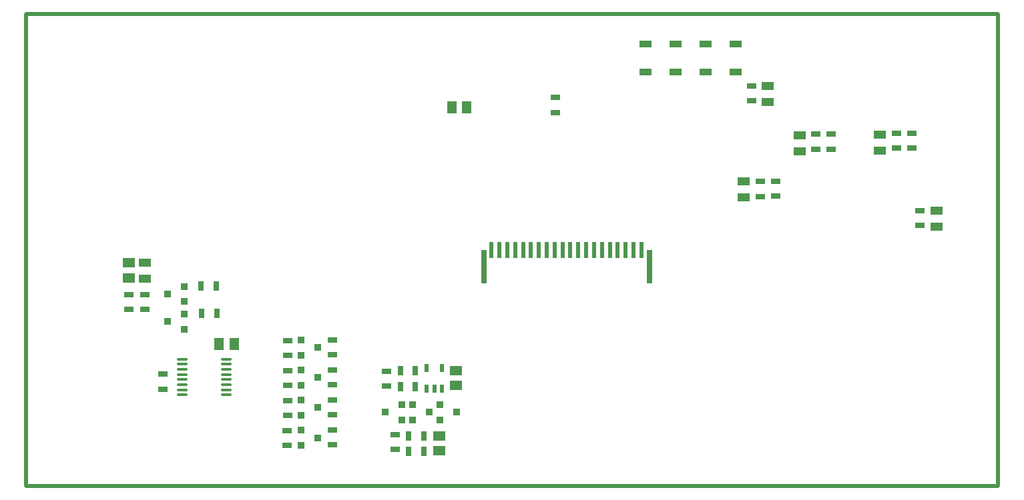
<source format=gbp>
G04*
G04 #@! TF.GenerationSoftware,Altium Limited,CircuitStudio,1.5.2 (1.5.2.30)*
G04*
G04 Layer_Color=16770453*
%FSLAX44Y44*%
%MOMM*%
G71*
G01*
G75*
%ADD11C,0.5000*%
%ADD26R,1.3000X0.7000*%
%ADD27R,0.7000X1.3000*%
%ADD28R,1.6000X1.3000*%
%ADD29R,0.9144X0.8128*%
%ADD30R,0.6000X1.0000*%
%ADD31R,1.6000X0.9500*%
%ADD32R,0.6000X2.0000*%
%ADD33R,0.7000X4.2000*%
%ADD34R,1.5240X1.0000*%
%ADD35R,1.3000X1.6000*%
%ADD36O,1.4000X0.3500*%
D11*
X247950Y250000D02*
Y850000D01*
X1480000D01*
Y250000D02*
Y850000D01*
X247950Y250000D02*
X1480000D01*
D26*
X578950Y301540D02*
D03*
Y320540D02*
D03*
X579425Y377873D02*
D03*
Y396873D02*
D03*
X635925Y378521D02*
D03*
Y397521D02*
D03*
X579425Y339707D02*
D03*
Y358707D02*
D03*
X635925Y340501D02*
D03*
Y359501D02*
D03*
Y302482D02*
D03*
Y321482D02*
D03*
X420950Y373040D02*
D03*
Y392040D02*
D03*
X579425Y416040D02*
D03*
Y435040D02*
D03*
X635925Y416540D02*
D03*
Y435540D02*
D03*
X1249450Y697040D02*
D03*
Y678040D02*
D03*
X1351450Y698040D02*
D03*
Y679040D02*
D03*
X918950Y743540D02*
D03*
Y724540D02*
D03*
X1268450Y678040D02*
D03*
Y697040D02*
D03*
X1178720Y636900D02*
D03*
Y617900D02*
D03*
X1198450Y637040D02*
D03*
Y618040D02*
D03*
X1371450Y698040D02*
D03*
Y679040D02*
D03*
X397950Y493540D02*
D03*
Y474540D02*
D03*
X1381450Y600040D02*
D03*
Y581040D02*
D03*
X377950Y493540D02*
D03*
Y474540D02*
D03*
X1167450Y758540D02*
D03*
Y739540D02*
D03*
X715450Y315348D02*
D03*
Y296348D02*
D03*
X704950Y376848D02*
D03*
Y395848D02*
D03*
D27*
X469450Y504040D02*
D03*
X488450D02*
D03*
X470450Y469040D02*
D03*
X489450D02*
D03*
X732950Y293848D02*
D03*
X751950D02*
D03*
X722450Y396348D02*
D03*
X741450D02*
D03*
X751950Y313848D02*
D03*
X732950D02*
D03*
X722450Y376348D02*
D03*
X741450D02*
D03*
D28*
X792950Y396848D02*
D03*
Y377848D02*
D03*
X771450Y313848D02*
D03*
Y294848D02*
D03*
X377960Y533506D02*
D03*
Y514506D02*
D03*
D29*
X724038Y353424D02*
D03*
Y334272D02*
D03*
X702862Y343924D02*
D03*
X772862Y334272D02*
D03*
Y353424D02*
D03*
X794038Y343772D02*
D03*
X737862Y334272D02*
D03*
Y353424D02*
D03*
X759038Y343772D02*
D03*
X596362Y416511D02*
D03*
Y435662D02*
D03*
X617538Y426011D02*
D03*
X448538Y503616D02*
D03*
Y484464D02*
D03*
X427362Y494116D02*
D03*
X448538Y468616D02*
D03*
Y449464D02*
D03*
X427362Y459116D02*
D03*
X617538Y311452D02*
D03*
X596362Y321104D02*
D03*
Y301952D02*
D03*
X617538Y349638D02*
D03*
X596362Y359290D02*
D03*
Y340138D02*
D03*
X617538Y387824D02*
D03*
X596362Y397476D02*
D03*
Y378324D02*
D03*
D30*
X774950Y399850D02*
D03*
X755950D02*
D03*
Y373846D02*
D03*
X765450D02*
D03*
X774950D02*
D03*
D31*
X1032950Y811540D02*
D03*
Y775540D02*
D03*
X1147950D02*
D03*
Y811540D02*
D03*
X1109617Y775540D02*
D03*
Y811540D02*
D03*
X1071283Y775540D02*
D03*
Y811540D02*
D03*
D32*
X1027950Y550040D02*
D03*
X1017950D02*
D03*
X1007950D02*
D03*
X997950D02*
D03*
X987950D02*
D03*
X977950D02*
D03*
X967950D02*
D03*
X957950D02*
D03*
X947950D02*
D03*
X937950D02*
D03*
X927950D02*
D03*
X917950D02*
D03*
X907950D02*
D03*
X897950D02*
D03*
X887950D02*
D03*
X877950D02*
D03*
X867950D02*
D03*
X857950D02*
D03*
X847950D02*
D03*
X837950D02*
D03*
D33*
X827950Y529040D02*
D03*
X1037950D02*
D03*
D34*
X1228450Y695700D02*
D03*
Y675380D02*
D03*
X1330450Y696700D02*
D03*
Y676380D02*
D03*
X1157450Y636700D02*
D03*
Y616380D02*
D03*
X1402450Y599700D02*
D03*
Y579380D02*
D03*
X1188440Y758130D02*
D03*
Y737810D02*
D03*
X397950Y513880D02*
D03*
Y534200D02*
D03*
D35*
X806450Y731040D02*
D03*
X787450D02*
D03*
X511450Y430540D02*
D03*
X492450D02*
D03*
D36*
X501450Y411290D02*
D03*
Y404790D02*
D03*
Y398290D02*
D03*
Y391790D02*
D03*
Y385290D02*
D03*
Y378790D02*
D03*
Y372290D02*
D03*
Y365790D02*
D03*
X445450Y411290D02*
D03*
Y404790D02*
D03*
Y398290D02*
D03*
Y391790D02*
D03*
Y385290D02*
D03*
Y378790D02*
D03*
Y372290D02*
D03*
Y365790D02*
D03*
M02*

</source>
